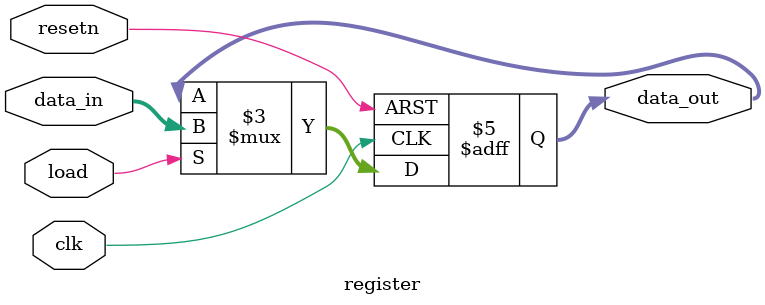
<source format=v>
/*
This is a positive-edge driven general purpose register featuring an asynchronous reset.

Signals:

data_in     : 8-bit input
data_out    : 8-bit output
clk         : clock-input
load        : load values at data-lines into register
resetn      : asynchronous active-low reset; resets register to all 0's
*/
module register (
    input [7:0]data_in,
    output reg [7:0]data_out,
    input clk,
    input load,
    input resetn
);

always @(posedge clk or negedge resetn) begin
    if (!resetn) begin
        data_out <= 8'b0;
    end else begin 
        if (load) data_out <= data_in;
    end
end
    
endmodule
</source>
